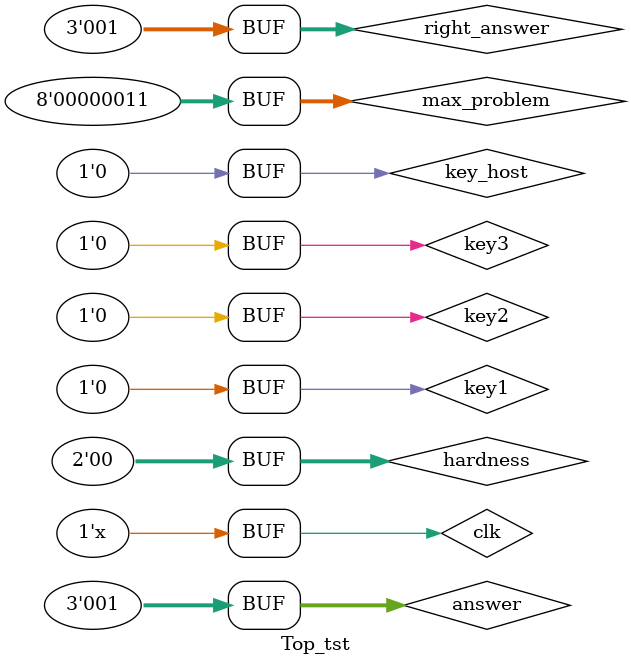
<source format=v>
`timescale 1ns / 1ps


module Top_tst();

    reg clk,key1,key2,key3,key_host;
    reg [1:0] hardness;
    reg [2:0] answer;
    reg [2:0] right_answer;
    reg [7:0] max_problem;
    wire led1,led2,led3,led_host,warning;
    wire [10:0] show1,show2,show3;
    wire [8:0] show_count;
    wire [7:0] prob_counter;
    wire [2:0] status;
    
    initial begin
        clk=0; key1=0; key2=0; key3=0; key_host=0; hardness=0; answer=0; right_answer=0; max_problem=0;
        
        //==============================================================================================
        #1 max_problem=3;
        #50 key_host=1; 
        #5 key_host=0;  // Ö÷³ÖÈË°´¼ü£¬¿ªÊ¼
        //=============================================================================================
        //½øÈë×´Ì¬Ò»Íæ¼Ò¿ªÊ¼ÇÀ´ð
        #50
        right_answer=1;
        hardness=1;
        #10 key1=1;
        #10 key1=0;
        #10 key2=1;
        #10 key2=0;
        #10 key3=1;
        #10 key3=0;
        //===============================================================================================
        //½øÈë×´Ì¬¶þÍæ¼Ò¿ªÊ¼´ðÌâ
        #50 
        answer=1;
        //===============================================================================================
        //×´Ì¬ÈýÅÐ¶¨½×¶Î
        #50 
        key_host=1;
        #10 key_host=0;
        //===============================================================================================
        key1=0; key2=0; key3=0; key_host=0; hardness=0; answer=0; right_answer=0;
        #50
        right_answer=2;
        hardness=2;
        #10 key2=1;
        #10 key2=0;
        #10 key1=1;
        #10 key1=0;
        #10 key3=1;
        #10 key3=0;
        //===============================================================================================
        //½øÈë×´Ì¬¶þÍæ¼Ò¿ªÊ¼´ðÌâ
        #50 
        answer=2;
        //===============================================================================================
        //×´Ì¬ÈýÅÐ¶¨½×¶Î
        #50 
        key_host=1;
        #10 key_host=0;
        //===============================================================================================
        key1=0; key2=0; key3=0; key_host=0; hardness=0; answer=0; right_answer=0;
        #50
        right_answer=1;
        hardness=0;
        #10 key3=1;
        #10 key3=0;
        #10 key1=1;
        #10 key1=0;
        #10 key2=1;
        #10 key2=0;
        //===============================================================================================
        //½øÈë×´Ì¬¶þÍæ¼Ò¿ªÊ¼´ðÌâ
        #50 
        answer=1;
        //===============================================================================================
        //×´Ì¬ÈýÅÐ¶¨½×¶Î
        #50 
        key_host=1;
        #10 key_host=0;        
        //×´Ì¬ËÄ½áÊø½×¶Î
    end
    
    Logic_Top top_design(
        .clk(clk),                      //  ÏµÍ³Ê±ÖÓ
        .key1(key1),                     //  °´¼ü1  orÓÃÉÏÎ»»úÊµÏÖ
        .key2(key2),                     //  °´¼ü2
        .key3(key3),                     //  
        .key_host(key_host),             //  Ö÷³ÖÈË°´Å¥
        .hardness(hardness),             //  ÌâÄ¿ÄÑ¶È
        .answer(answer),             //  ÌâÄ¿´ð°¸
        .right_answer(right_answer),
        . max_problem(max_problem),        //  ×î´óÌâÄ¿ÊýÁ¿
        .led1(led1),                    //  Êä³öled1 £¨¶ÔÓ¦Íæ¼Ò1ÇÀ´ð³É¹¦£©
        .led2(led2),                    //   Êä³öled2  (¶ÔÓ¦Íæ¼Ò2ÇÀ´ð³É¹¦)
        .led3(led3),                    //   Êä³öled3  (¶ÔÓ¦Íæ¼Ò3ÇÀ´ð³É¹¦)
        .led_host(led_host),                //   Êä³öled4  (¶ÔÓ¦Ö÷³Ö)
        .show1(show1),
        .show2(show2),
        .show3(show3),
        .show_count(show_count),
        .warning(warning),
        .prob_counter_(prob_counter),
        .status(status)
        );
    always @(*) begin
        #1 clk<=~clk;
    end

endmodule

</source>
